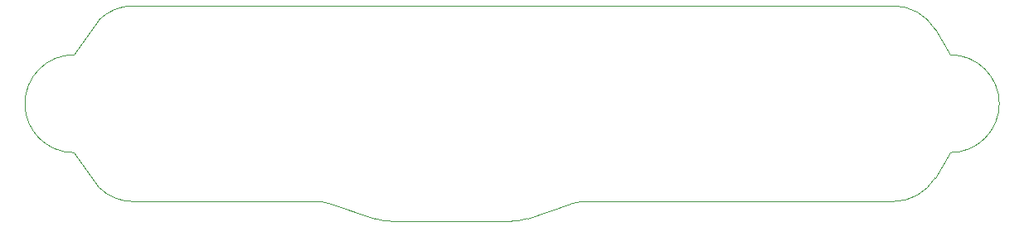
<source format=gm1>
G04 #@! TF.GenerationSoftware,KiCad,Pcbnew,8.0.4*
G04 #@! TF.CreationDate,2024-08-20T15:03:28-04:00*
G04 #@! TF.ProjectId,VectexController,56656374-6578-4436-9f6e-74726f6c6c65,rev?*
G04 #@! TF.SameCoordinates,Original*
G04 #@! TF.FileFunction,Profile,NP*
%FSLAX46Y46*%
G04 Gerber Fmt 4.6, Leading zero omitted, Abs format (unit mm)*
G04 Created by KiCad (PCBNEW 8.0.4) date 2024-08-20 15:03:28*
%MOMM*%
%LPD*%
G01*
G04 APERTURE LIST*
G04 #@! TA.AperFunction,Profile*
%ADD10C,0.100000*%
G04 #@! TD*
G04 APERTURE END LIST*
D10*
X197999999Y-80000000D02*
X196444414Y-77407356D01*
X133191205Y-95000000D02*
G75*
G02*
X134771021Y-95256145I-5J-5000000D01*
G01*
X159203369Y-95260105D02*
X154796637Y-96739894D01*
X108499999Y-89999999D02*
X111035630Y-93535731D01*
X192168900Y-75000000D02*
G75*
G02*
X196444423Y-77407351I0J-5000400D01*
G01*
X140818129Y-97000000D02*
G75*
G02*
X139238309Y-96743866I-29J5000000D01*
G01*
X192169100Y-95000000D02*
X160795035Y-95000000D01*
X111035533Y-76464467D02*
G75*
G02*
X114571068Y-75000019I3535467J-3535433D01*
G01*
X108499999Y-80000001D02*
X111035503Y-76464446D01*
X192168900Y-75000000D02*
X114571068Y-75000000D01*
X196456483Y-92572528D02*
G75*
G02*
X192169100Y-95000004I-4287383J2572428D01*
G01*
X134771022Y-95256143D02*
X139238312Y-96743857D01*
X140818129Y-97000000D02*
X153204971Y-97000000D01*
X197999999Y-90000000D02*
X196456483Y-92572528D01*
X159203369Y-95260105D02*
G75*
G02*
X160795035Y-95000000I1591731J-4740295D01*
G01*
X114571200Y-95000000D02*
X133191205Y-95000000D01*
X108499999Y-89999999D02*
G75*
G02*
X108499999Y-80000001I1J4999999D01*
G01*
X114571200Y-95000000D02*
G75*
G02*
X111035668Y-93535702I0J5000400D01*
G01*
X197999999Y-80000000D02*
G75*
G02*
X197999999Y-90000000I1J-5000000D01*
G01*
X154796637Y-96739894D02*
G75*
G02*
X153204971Y-97000001I-1591737J4740294D01*
G01*
M02*

</source>
